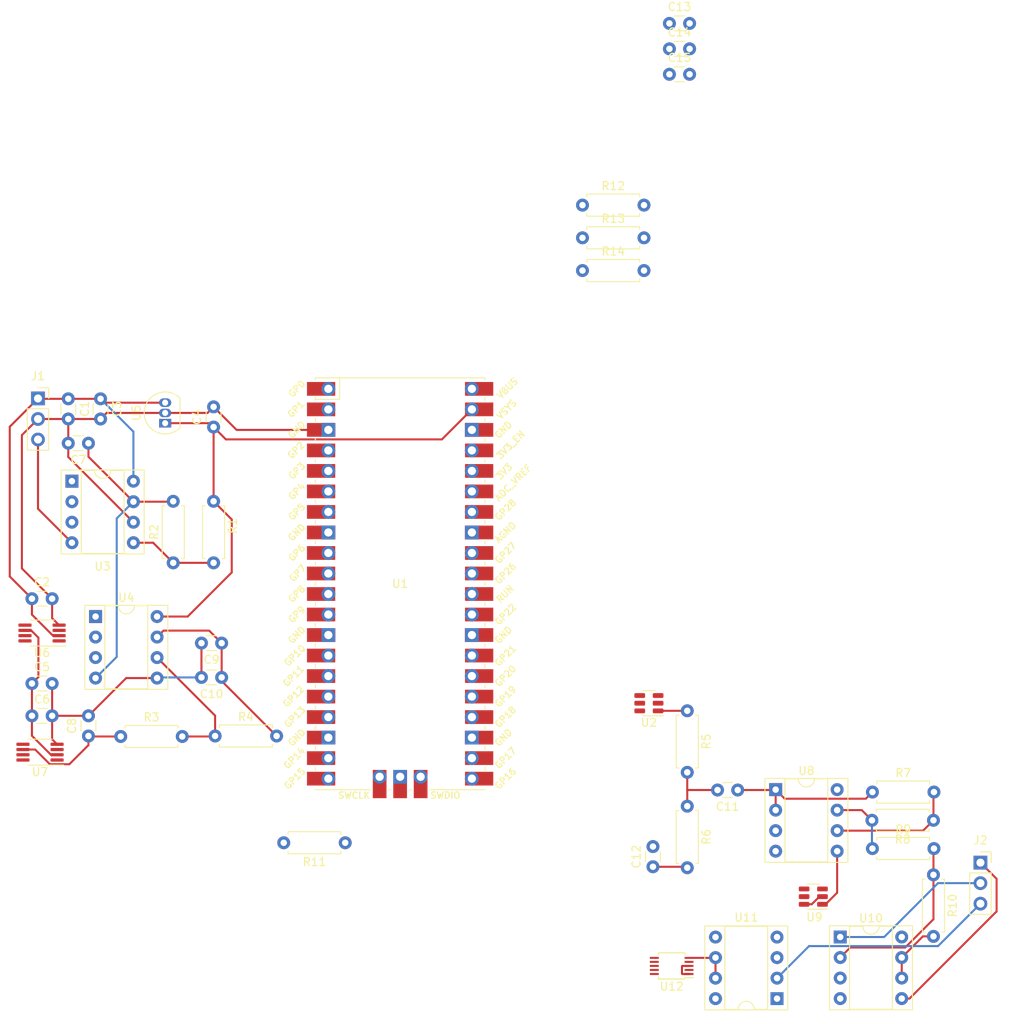
<source format=kicad_pcb>
(kicad_pcb (version 20221018) (generator pcbnew)
  (layers (0 "F.Cu" signal) (31 "B.Cu" signal) (34 "B.Paste" user) (35 "F.Paste" user) (36 "B.SilkS" user "B.Silkscreen") (37 "F.SilkS" user "F.Silkscreen") (38 "B.Mask" user) (39 "F.Mask" user) (44 "Edge.Cuts" user))
  (net 0 "")
  (net 1 "+12V")
  (net 2 "GND")
  (net 3 "+5V")
  (net 4 "+5VA")
  (net 5 "-5V")
  (net 6 "+2V5")
  (net 7 "-2V5")
  (net 8 "Net-(U8A--)")
  (net 9 "Net-(C11-Pad2)")
  (net 10 "Net-(U8A-+)")
  (net 11 "Net-(C13-Pad1)")
  (net 12 "/control_system/WE")
  (net 13 "Net-(C14-Pad1)")
  (net 14 "Net-(U11B--)")
  (net 15 "-12V")
  (net 16 "/control_system/RE")
  (net 17 "/control_system/CE")
  (net 18 "Net-(U3B-+)")
  (net 19 "Net-(U4B--)")
  (net 20 "Net-(U2-VOUT)")
  (net 21 "Net-(U8B--)")
  (net 22 "Net-(R8-Pad2)")
  (net 23 "Net-(U10A--)")
  (net 24 "Net-(U10B--)")
  (net 25 "Net-(U11B-+)")
  (net 42 "/control_system/SDA")
  (net 43 "/control_system/SCL")
  (net 70 "Net-(U8B-+)")
  (footprint "Capacitor_THT:C_Disc_D3.0mm_W1.6mm_P2.50mm" (layer "F.Cu") (at 128.22 62.6)
    (fp_text reference "C15")
    (fp_text value "100nF")
  )
  (footprint "Resistor_THT:R_Axial_DIN0207_L6.3mm_D2.5mm_P7.62mm_Horizontal" (layer "F.Cu") (at 60.25 144.59)
    (fp_text reference "R3")
    (fp_text value "5.6kΩ")
  )
  (footprint "Capacitor_THT:C_Disc_D3.0mm_W1.6mm_P2.50mm" (layer "F.Cu") (at 53.75 102.78 -90)
    (fp_text reference "C1")
    (fp_text value "10uF")
  )
  (footprint "Capacitor_THT:C_Disc_D3.0mm_W1.6mm_P2.50mm" (layer "F.Cu") (at 128.22 56.3)
    (fp_text reference "C13")
    (fp_text value "100nF")
  )
  (footprint "Resistor_THT:R_Axial_DIN0207_L6.3mm_D2.5mm_P7.62mm_Horizontal" (layer "F.Cu") (at 130.43 141.41 -90)
    (fp_text reference "R5")
    (fp_text value "1.2kΩ")
  )
  (footprint "Resistor_THT:R_Axial_DIN0207_L6.3mm_D2.5mm_P7.62mm_Horizontal" (layer "F.Cu") (at 88.06 157.75 180)
    (fp_text reference "R11")
    (fp_text value "10kΩ")
  )
  (footprint "Package_DIP:DIP-8_W7.62mm_Socket" (layer "F.Cu") (at 141.55 177.05 180)
    (fp_text reference "U11")
    (fp_text value "Opamp_Dual")
  )
  (footprint "Package_SO:MSOP-8_3x3mm_P0.65mm" (layer "F.Cu") (at 50.5 131.78 180)
    (fp_text reference "U6")
    (fp_text value "ADR425ARMZ")
  )
  (footprint "Package_TO_SOT_SMD:SOT-23-6" (layer "F.Cu") (at 125.68 140.47 180)
    (fp_text reference "U2")
    (fp_text value "MCP4725xxx-xCH")
  )
  (footprint "Resistor_THT:R_Axial_DIN0207_L6.3mm_D2.5mm_P7.62mm_Horizontal" (layer "F.Cu") (at 71.75 115.47 -90)
    (fp_text reference "R1")
    (fp_text value "10kΩ")
  )
  (footprint "Package_DIP:DIP-8_W7.62mm_Socket" (layer "F.Cu") (at 54.2 112.98)
    (fp_text reference "U3")
    (fp_text value "Opamp_Dual")
  )
  (footprint "Package_TO_SOT_THT:TO-92_Inline" (layer "F.Cu") (at 65.75 105.8 90)
    (fp_text reference "U5")
    (fp_text value "LM2950L-5.0")
  )
  (footprint "Capacitor_THT:C_Disc_D3.0mm_W1.6mm_P2.50mm" (layer "F.Cu") (at 136.68 151.22 180)
    (fp_text reference "C11")
    (fp_text value "100nF")
  )
  (footprint "Capacitor_THT:C_Disc_D3.0mm_W1.6mm_P2.50mm" (layer "F.Cu") (at 126.18 160.72 90)
    (fp_text reference "C12")
    (fp_text value "10nF")
  )
  (footprint "Capacitor_THT:C_Disc_D3.0mm_W1.6mm_P2.50mm" (layer "F.Cu") (at 57.75 102.78 -90)
    (fp_text reference "C3")
    (fp_text value "100nF")
  )
  (footprint "Package_DIP:DIP-8_W7.62mm_Socket" (layer "F.Cu") (at 57.13 129.74)
    (fp_text reference "U4")
    (fp_text value "Opamp_Dual")
  )
  (footprint "RPi_Pico:RPi_Pico_SMD_TH" (layer "F.Cu") (at 94.86 125.68)
    (fp_text reference "U1")
    (fp_text value "Pico")
  )
  (footprint "Resistor_THT:R_Axial_DIN0207_L6.3mm_D2.5mm_P7.62mm_Horizontal" (layer "F.Cu") (at 71.94 144.53)
    (fp_text reference "R4")
    (fp_text value "5.6kΩ")
  )
  (footprint "Resistor_THT:R_Axial_DIN0207_L6.3mm_D2.5mm_P7.62mm_Horizontal" (layer "F.Cu") (at 153.37 151.47)
    (fp_text reference "R7")
    (fp_text value "1kΩ")
  )
  (footprint "Capacitor_THT:C_Disc_D3.0mm_W1.6mm_P2.50mm" (layer "F.Cu") (at 56.25 108.28 180)
    (fp_text reference "C7")
    (fp_text value "100nF")
  )
  (footprint "Capacitor_THT:C_Disc_D3.0mm_W1.6mm_P2.50mm" (layer "F.Cu") (at 128.22 59.45)
    (fp_text reference "C14")
    (fp_text value "10nF")
  )
  (footprint "Resistor_THT:R_Axial_DIN0207_L6.3mm_D2.5mm_P7.62mm_Horizontal" (layer "F.Cu") (at 130.43 153.22 -90)
    (fp_text reference "R6")
    (fp_text value "16.2kΩ")
  )
  (footprint "Resistor_THT:R_Axial_DIN0207_L6.3mm_D2.5mm_P7.62mm_Horizontal" (layer "F.Cu") (at 153.37 158.47)
    (fp_text reference "R9")
    (fp_text value "1kΩ")
  )
  (footprint "Capacitor_THT:C_Disc_D3.0mm_W1.6mm_P2.50mm" (layer "F.Cu") (at 72.75 133.03 180)
    (fp_text reference "C9")
    (fp_text value "100nF")
  )
  (footprint "Capacitor_THT:C_Disc_D3.0mm_W1.6mm_P2.50mm" (layer "F.Cu") (at 49.25 142.03)
    (fp_text reference "C6")
    (fp_text value "100nF")
  )
  (footprint "Connector_PinSocket_2.54mm:PinSocket_1x03_P2.54mm_Vertical" (layer "F.Cu") (at 166.75 160.21)
    (fp_text reference "J2")
    (fp_text value "Conn_01x03")
  )
  (footprint "Resistor_THT:R_Axial_DIN0207_L6.3mm_D2.5mm_P7.62mm_Horizontal" (layer "F.Cu") (at 117.45 82.85)
    (fp_text reference "R13")
    (fp_text value "845Ω")
  )
  (footprint "Package_SO:TSSOP-10_3x3mm_P0.5mm" (layer "F.Cu") (at 128.5 173 180)
    (fp_text reference "U12")
    (fp_text value "ADS1115IDGS" hide)
  )
  (footprint "Connector_PinSocket_2.54mm:PinSocket_1x03_P2.54mm_Vertical" (layer "F.Cu") (at 50 102.74)
    (fp_text reference "J1")
    (fp_text value "Conn_01x03")
  )
  (footprint "Capacitor_THT:C_Disc_D3.0mm_W1.6mm_P2.50mm" (layer "F.Cu") (at 49.25 138.03)
    (fp_text reference "C5")
    (fp_text value "10uF")
  )
  (footprint "Resistor_THT:R_Axial_DIN0207_L6.3mm_D2.5mm_P7.62mm_Horizontal" (layer "F.Cu") (at 117.45 86.9)
    (fp_text reference "R14")
    (fp_text value "29.4kΩ")
  )
  (footprint "Capacitor_THT:C_Disc_D3.0mm_W1.6mm_P2.50mm" (layer "F.Cu") (at 71.75 106.28 90)
    (fp_text reference "C4")
    (fp_text value "100nF")
  )
  (footprint "Package_DIP:DIP-8_W7.62mm_Socket" (layer "F.Cu") (at 149.38 169.42)
    (fp_text reference "U10")
    (fp_text value "Opamp_Dual")
  )
  (footprint "Resistor_THT:R_Axial_DIN0207_L6.3mm_D2.5mm_P7.62mm_Horizontal" (layer "F.Cu") (at 160.93 154.97 180)
    (fp_text reference "R8")
    (fp_text value "1kΩ")
  )
  (footprint "Package_SO:MSOP-8_3x3mm_P0.65mm" (layer "F.Cu") (at 50.25 146.53 180)
    (fp_text reference "U7")
    (fp_text value "ADR421ARMZ")
  )
  (footprint "Capacitor_THT:C_Disc_D3.0mm_W1.6mm_P2.50mm" (layer "F.Cu") (at 72.75 137.28 180)
    (fp_text reference "C10")
    (fp_text value "10uF")
  )
  (footprint "Package_TO_SOT_SMD:SOT-23-6" (layer "F.Cu") (at 146.0425 164.42 180)
    (fp_text reference "U9")
    (fp_text value "MCP4725xxx-xCH")
  )
  (footprint "Capacitor_THT:C_Disc_D3.0mm_W1.6mm_P2.50mm" (layer "F.Cu") (at 56.25 144.53 90)
    (fp_text reference "C8")
    (fp_text value "100nF")
  )
  (footprint "Package_DIP:DIP-8_W7.62mm_Socket" (layer "F.Cu") (at 141.38 151.17)
    (fp_text reference "U8")
    (fp_text value "Opamp_Dual")
  )
  (footprint "Resistor_THT:R_Axial_DIN0207_L6.3mm_D2.5mm_P7.62mm_Horizontal" (layer "F.Cu") (at 117.45 78.8)
    (fp_text reference "R12")
    (fp_text value "10kΩ")
  )
  (footprint "Capacitor_THT:C_Disc_D3.0mm_W1.6mm_P2.50mm" (layer "F.Cu") (at 49.25 127.53)
    (fp_text reference "C2")
    (fp_text value "1uF")
  )
  (footprint "Resistor_THT:R_Axial_DIN0207_L6.3mm_D2.5mm_P7.62mm_Horizontal" (layer "F.Cu") (at 66.75 123.09 90)
    (fp_text reference "R2")
    (fp_text value "10kΩ")
  )
  (footprint "Resistor_THT:R_Axial_DIN0207_L6.3mm_D2.5mm_P7.62mm_Horizontal" (layer "F.Cu") (at 160.93 161.72 -90)
    (fp_text reference "R10")
    (fp_text value "1kΩ")
  )
  (segment (start 51.848959 132.105) (end 52.6125 132.105) (width 0.25) (layer "F.Cu") (net 1))
  (segment (start 49.25 127.53) (end 46.5 124.78) (width 0.25) (layer "F.Cu") (net 1))
  (segment (start 53.75 102.78) (end 50.04 102.78) (width 0.25) (layer "F.Cu") (net 1))
  (segment (start 53.75 102.78) (end 54 102.78) (width 0.25) (layer "F.Cu") (net 1))
  (segment (start 46.5 124.78) (end 46.5 106.24) (width 0.25) (layer "F.Cu") (net 1))
  (segment (start 49.25 127.53) (end 49.25 129.506041) (width 0.25) (layer "F.Cu") (net 1))
  (segment (start 46.5 106.24) (end 50 102.74) (width 0.25) (layer "F.Cu") (net 1))
  (segment (start 65.75 103.26) (end 58.23 103.26) (width 0.25) (layer "F.Cu") (net 1))
  (segment (start 58.23 103.26) (end 57.75 102.78) (width 0.25) (layer "F.Cu") (net 1))
  (segment (start 49.25 129.506041) (end 51.848959 132.105) (width 0.25) (layer "F.Cu") (net 1))
  (segment (start 50.04 102.78) (end 50 102.74) (width 0.25) (layer "F.Cu") (net 1))
  (segment (start 57.75 102.78) (end 53.75 102.78) (width 0.25) (layer "F.Cu") (net 1))
  (segment (start 61.82 112.98) (end 61.82 106.85) (width 0.25) (layer "B.Cu") (net 1))
  (segment (start 61.82 106.85) (end 57.75 102.78) (width 0.25) (layer "B.Cu") (net 1))
  (segment (start 56.25 142.03) (end 51.75 142.03) (width 0.25) (layer "F.Cu") (net 2))
  (segment (start 60.92 137.36) (end 56.25 142.03) (width 0.25) (layer "F.Cu") (net 2))
  (segment (start 48 107.28) (end 48 123.78) (width 0.25) (layer "F.Cu") (net 2))
  (segment (start 50 105.28) (end 48 107.28) (width 0.25) (layer "F.Cu") (net 2))
  (segment (start 145.845749 165.37) (end 146.795749 164.42) (width 0.25) (layer "F.Cu") (net 2))
  (segment (start 48 123.78) (end 51.75 127.53) (width 0.25) (layer "F.Cu") (net 2))
  (segment (start 74.6 106.63) (end 85.97 106.63) (width 0.25) (layer "F.Cu") (net 2))
  (segment (start 57.75 105.28) (end 53.75 105.28) (width 0.25) (layer "F.Cu") (net 2))
  (segment (start 51.75 142.03) (end 51.75 138.03) (width 0.25) (layer "F.Cu") (net 2))
  (segment (start 129.825 174) (end 129.775 173.95) (width 0.25) (layer "F.Cu") (net 2))
  (segment (start 130.65 174) (end 129.825 174) (width 0.25) (layer "F.Cu") (net 2))
  (segment (start 53.75 105.28) (end 50 105.28) (width 0.25) (layer "F.Cu") (net 2))
  (segment (start 71 104.53) (end 65.75 104.53) (width 0.25) (layer "F.Cu") (net 2))
  (segment (start 144.905 165.37) (end 145.845749 165.37) (width 0.25) (layer "F.Cu") (net 2))
  (segment (start 129.775 173.95) (end 129.775 173.05) (width 0.25) (layer "F.Cu") (net 2))
  (segment (start 129.775 173.05) (end 129.825 173) (width 0.25) (layer "F.Cu") (net 2))
  (segment (start 51.75 144.9425) (end 51.75 142.03) (width 0.25) (layer "F.Cu") (net 2))
  (segment (start 53.75 105.28) (end 53.75 108.28) (width 0.25) (layer "F.Cu") (net 2))
  (segment (start 51.75 129.9425) (end 52.6125 130.805) (width 0.25) (layer "F.Cu") (net 2))
  (segment (start 65.75 104.53) (end 58.5 104.53) (width 0.25) (layer "F.Cu") (net 2))
  (segment (start 129.825 173) (end 130.65 173) (width 0.25) (layer "F.Cu") (net 2))
  (segment (start 70.25 133.03) (end 70.25 137.28) (width 0.25) (layer "F.Cu") (net 2))
  (segment (start 64.75 137.36) (end 60.92 137.36) (width 0.25) (layer "F.Cu") (net 2))
  (segment (start 146.795749 164.42) (end 147.18 164.42) (width 0.25) (layer "F.Cu") (net 2))
  (segment (start 71.75 103.78) (end 71 104.53) (width 0.25) (layer "F.Cu") (net 2))
  (segment (start 58.5 104.53) (end 57.75 105.28) (width 0.25) (layer "F.Cu") (net 2))
  (segment (start 71.75 103.78) (end 74.6 106.63) (width 0.25) (layer "F.Cu") (net 2))
  (segment (start 51.75 127.53) (end 51.75 129.9425) (width 0.25) (layer "F.Cu") (net 2))
  (segment (start 52.3625 145.555) (end 51.75 144.9425) (width 0.25) (layer "F.Cu") (net 2))
  (segment (start 53.75 108.28) (end 53.75 109.99) (width 0.25) (layer "F.Cu") (net 2))
  (segment (start 53.75 109.99) (end 61.82 118.06) (width 0.25) (layer "F.Cu") (net 2))
  (segment (start 70.25 137.28) (end 64.83 137.28) (width 0.25) (layer "B.Cu") (net 2))
  (segment (start 64.83 137.28) (end 64.75 137.36) (width 0.25) (layer "B.Cu") (net 2))
  (segment (start 71.27 105.8) (end 71.75 106.28) (width 0.25) (layer "F.Cu") (net 3))
  (segment (start 65.75 105.8) (end 71.27 105.8) (width 0.25) (layer "F.Cu") (net 3))
  (segment (start 64.75 129.74) (end 68.54 129.74) (width 0.25) (layer "F.Cu") (net 3))
  (segment (start 100.035 107.805) (end 103.75 104.09) (width 0.25) (layer "F.Cu") (net 3))
  (segment (start 68.54 129.74) (end 74 124.28) (width 0.25) (layer "F.Cu") (net 3))
  (segment (start 71.75 106.28) (end 73.275 107.805) (width 0.25) (layer "F.Cu") (net 3))
  (segment (start 74 117.72) (end 71.75 115.47) (width 0.25) (layer "F.Cu") (net 3))
  (segment (start 71.75 115.47) (end 71.75 106.28) (width 0.25) (layer "F.Cu") (net 3))
  (segment (start 74 124.28) (end 74 117.72) (width 0.25) (layer "F.Cu") (net 3))
  (segment (start 73.275 107.805) (end 100.035 107.805) (width 0.25) (layer "F.Cu") (net 3))
  (segment (start 49.25 142.03) (end 49.25 144.506041) (width 0.25) (layer "F.Cu") (net 4))
  (segment (start 49.25 144.506041) (end 51.598959 146.855) (width 0.25) (layer "F.Cu") (net 4))
  (segment (start 50.049999 132.353958) (end 49.151041 131.455) (width 0.25) (layer "F.Cu") (net 4))
  (segment (start 49.151041 131.455) (end 48.3875 131.455) (width 0.25) (layer "F.Cu") (net 4))
  (segment (start 51.598959 146.855) (end 52.3625 146.855) (width 0.25) (layer "F.Cu") (net 4))
  (segment (start 49.25 142.03) (end 49.25 138.03) (width 0.25) (layer "F.Cu") (net 4))
  (segment (start 49.25 138.03) (end 50.049999 137.230001) (width 0.25) (layer "F.Cu") (net 4))
  (segment (start 50.049999 137.230001) (end 50.049999 132.353958) (width 0.25) (layer "F.Cu") (net 4))
  (segment (start 56.25 109.95) (end 56.25 108.28) (width 0.25) (layer "F.Cu") (net 5))
  (segment (start 66.7 115.52) (end 66.75 115.47) (width 0.25) (layer "F.Cu") (net 5))
  (segment (start 61.82 115.52) (end 66.7 115.52) (width 0.25) (layer "F.Cu") (net 5))
  (segment (start 61.82 115.52) (end 56.25 109.95) (width 0.25) (layer "F.Cu") (net 5))
  (segment (start 59.75 134.74) (end 59.75 117.59) (width 0.25) (layer "B.Cu") (net 5))
  (segment (start 59.75 117.59) (end 61.82 115.52) (width 0.25) (layer "B.Cu") (net 5))
  (segment (start 57.13 137.36) (end 59.75 134.74) (width 0.25) (layer "B.Cu") (net 5))
  (segment (start 56.31 144.59) (end 56.25 144.53) (width 0.25) (layer "F.Cu") (net 6))
  (segment (start 51.473959 148.03) (end 49.648959 146.205) (width 0.25) (layer "F.Cu") (net 6))
  (segment (start 56.25 144.53) (end 56.25 145.66137) (width 0.25) (layer "F.Cu") (net 6))
  (segment (start 49.648959 146.205) (end 48.1375 146.205) (width 0.25) (layer "F.Cu") (net 6))
  (segment (start 60.25 144.59) (end 56.31 144.59) (width 0.25) (layer "F.Cu") (net 6))
  (segment (start 53.88137 148.03) (end 51.473959 148.03) (width 0.25) (layer "F.Cu") (net 6))
  (segment (start 56.25 145.66137) (end 53.88137 148.03) (width 0.25) (layer "F.Cu") (net 6))
  (segment (start 72.75 133.03) (end 72.75 137.28) (width 0.25) (layer "F.Cu") (net 7))
  (segment (start 79.56 144.53) (end 72.75 137.72) (width 0.25) (layer "F.Cu") (net 7))
  (segment (start 71.200001 131.480001) (end 72.75 133.03) (width 0.25) (layer "F.Cu") (net 7))
  (segment (start 64.75 132.28) (end 65.549999 131.480001) (width 0.25) (layer "F.Cu") (net 7))
  (segment (start 72.75 137.28) (end 72.75 137.53) (width 0.25) (layer "F.Cu") (net 7))
  (segment (start 65.549999 131.480001) (end 71.200001 131.480001) (width 0.25) (layer "F.Cu") (net 7))
  (segment (start 72.75 137.72) (end 72.75 137.28) (width 0.25) (layer "F.Cu") (net 7))
  (segment (start 142.505 152.295) (end 141.38 151.17) (width 0.25) (layer "F.Cu") (net 8))
  (segment (start 136.68 151.22) (end 141.33 151.22) (width 0.25) (layer "F.Cu") (net 8))
  (segment (start 141.33 151.22) (end 141.38 151.17) (width 0.25) (layer "F.Cu") (net 8))
  (segment (start 152.545 152.295) (end 142.505 152.295) (width 0.25) (layer "F.Cu") (net 8))
  (segment (start 153.37 151.47) (end 152.545 152.295) (width 0.25) (layer "F.Cu") (net 8))
  (segment (start 141.38 153.71) (end 141.38 151.17) (width 0.25) (layer "F.Cu") (net 8))
  (segment (start 134.18 151.22) (end 130.43 151.22) (width 0.25) (layer "F.Cu") (net 9))
  (segment (start 130.43 151.22) (end 130.43 153.22) (width 0.25) (layer "F.Cu") (net 9))
  (segment (start 130.43 149.03) (end 130.43 151.22) (width 0.25) (layer "F.Cu") (net 9))
  (segment (start 126.18 160.72) (end 130.31 160.72) (width 0.25) (layer "F.Cu") (net 10))
  (segment (start 130.31 160.72) (end 130.43 160.84) (width 0.25) (layer "F.Cu") (net 10))
  (segment (start 145.515 170.545) (end 141.55 174.51) (width 0.25) (layer "B.Cu") (net 12))
  (segment (start 166.75 165.29) (end 161.495 170.545) (width 0.25) (layer "B.Cu") (net 12))
  (segment (start 161.495 170.545) (end 145.515 170.545) (width 0.25) (layer "B.Cu") (net 12))
  (segment (start 130.65 172) (end 133.9 172) (width 0.25) (layer "F.Cu") (net 14))
  (segment (start 133.93 174.51) (end 133.93 171.97) (width 0.25) (layer "F.Cu") (net 14))
  (segment (start 133.9 172) (end 133.93 171.97) (width 0.25) (layer "F.Cu") (net 14))
  (segment (start 50 116.4) (end 50 107.82) (width 0.25) (layer "F.Cu") (net 15))
  (segment (start 54.2 120.6) (end 50 116.4) (width 0.25) (layer "F.Cu") (net 15))
  (segment (start 168.75 162.21) (end 168.75 166.25) (width 0.25) (layer "F.Cu") (net 16))
  (segment (start 168.75 166.25) (end 157.96 177.04) (width 0.25) (layer "F.Cu") (net 16))
  (segment (start 157.96 177.04) (end 157 177.04) (width 0.25) (layer "F.Cu") (net 16))
  (segment (start 166.75 160.21) (end 168.75 162.21) (width 0.25) (layer "F.Cu") (net 16))
  (segment (start 154.820991 169.42) (end 149.38 169.42) (width 0.25) (layer "B.Cu") (net 17))
  (segment (start 161.490991 162.75) (end 154.820991 169.42) (width 0.25) (layer "B.Cu") (net 17))
  (segment (start 166.75 162.75) (end 161.490991 162.75) (width 0.25) (layer "B.Cu") (net 17))
  (segment (start 71.75 123.09) (end 66.75 123.09) (width 0.25) (layer "F.Cu") (net 18))
  (segment (start 61.82 120.6) (end 64.26 120.6) (width 0.25) (layer "F.Cu") (net 18))
  (segment (start 64.26 120.6) (end 66.75 123.09) (width 0.25) (layer "F.Cu") (net 18))
  (segment (start 71.94 142.01) (end 64.75 134.82) (width 0.25) (layer "F.Cu") (net 19))
  (segment (start 71.94 144.53) (end 71.94 142.01) (width 0.25) (layer "F.Cu") (net 19))
  (segment (start 71.88 144.59) (end 71.94 144.53) (width 0.25) (layer "F.Cu") (net 19))
  (segment (start 67.87 144.59) (end 71.88 144.59) (width 0.25) (layer "F.Cu") (net 19))
  (segment (start 130.43 141.41) (end 126.8275 141.41) (width 0.25) (layer "F.Cu") (net 20))
  (segment (start 126.8275 141.41) (end 126.8175 141.42) (width 0.25) (layer "F.Cu") (net 20))
  (segment (start 160.93 154.97) (end 159.65 156.25) (width 0.25) (layer "F.Cu") (net 21))
  (segment (start 160.93 154.97) (end 160.93 151.53) (width 0.25) (layer "F.Cu") (net 21))
  (segment (start 160.93 151.53) (end 160.99 151.47) (width 0.25) (layer "F.Cu") (net 21))
  (segment (start 159.65 156.25) (end 149 156.25) (width 0.25) (layer "F.Cu") (net 21))
  (segment (start 152.05 153.71) (end 153.31 154.97) (width 0.25) (layer "F.Cu") (net 22))
  (segment (start 149 153.71) (end 152.05 153.71) (width 0.25) (layer "F.Cu") (net 22))
  (segment (start 153.31 154.97) (end 153.31 158.41) (width 0.25) (layer "B.Cu") (net 22))
  (segment (start 153.31 158.41) (end 153.37 158.47) (width 0.25) (layer "B.Cu") (net 22))
  (segment (start 160.93 158.53) (end 160.99 158.47) (width 0.25) (layer "F.Cu") (net 23))
  (segment (start 160.93 161.72) (end 160.93 158.53) (width 0.25) (layer "F.Cu") (net 23))
  (segment (start 160.93 167.22) (end 160.93 161.72) (width 0.25) (layer "F.Cu") (net 23))
  (segment (start 150.62 170.72) (end 157.43 170.72) (width 0.25) (layer "F.Cu") (net 23))
  (segment (start 157.43 170.72) (end 160.93 167.22) (width 0.25) (layer "F.Cu") (net 23))
  (segment (start 149.38 171.96) (end 150.62 170.72) (width 0.25) (layer "F.Cu") (net 23))
  (segment (start 160.93 169.34) (end 159.62 169.34) (width 0.25) (layer "F.Cu") (net 24))
  (segment (start 157 171.96) (end 157 174.5) (width 0.25) (layer "F.Cu") (net 24))
  (segment (start 159.62 169.34) (end 157 171.96) (width 0.25) (layer "F.Cu") (net 24))
  (segment (start 149 158.79) (end 149 163.934251) (width 0.25) (layer "F.Cu") (net 70))
  (segment (start 147.564251 165.37) (end 147.18 165.37) (width 0.25) (layer "F.Cu") (net 70))
  (segment (start 149 163.934251) (end 147.564251 165.37) (width 0.25) (layer "F.Cu") (net 70))
)
</source>
